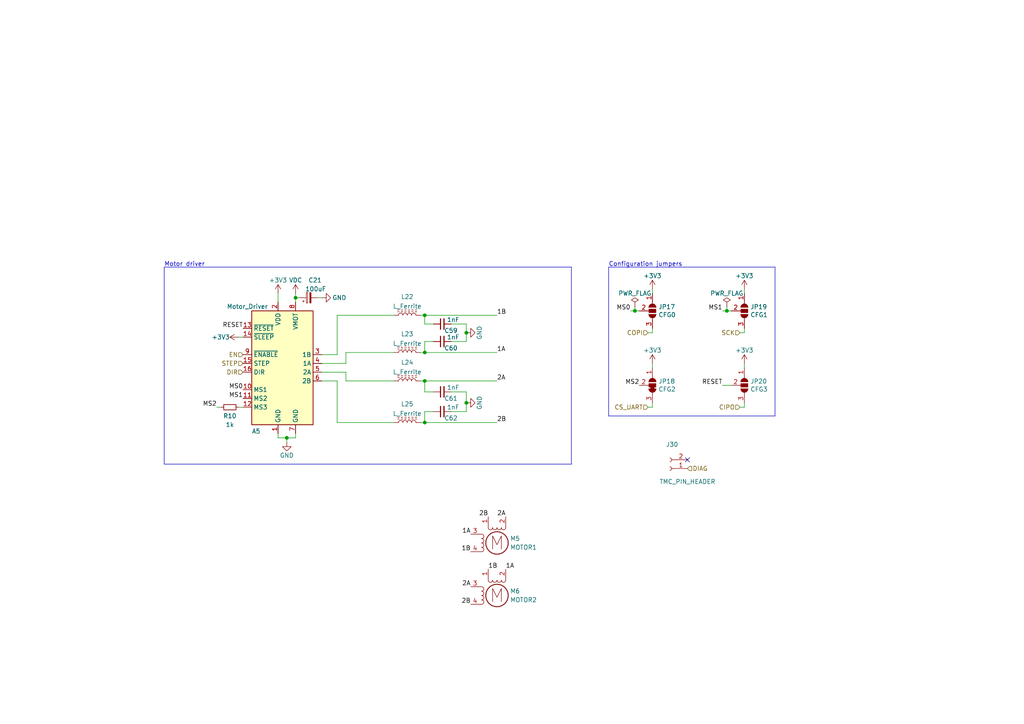
<source format=kicad_sch>
(kicad_sch (version 20230121) (generator eeschema)
  (paper "A4")
  (title_block (title "LumenPnP Motherboard") (date "2022-03-29") (company "Opulo"))
  (lib_symbols
    (symbol "Connector:Conn_01x02_Female" (pin_names (offset 1.016) hide)
      (property "Reference" "J" (at 0 2.54 0))
      (property "Value" "Conn_01x02_Female" (at 0 -5.08 0))
      (symbol "Conn_01x02_Female_1_1"
        (arc (start 0 -2.032) (mid -0.5058 -2.54) (end 0 -3.048) (stroke (width 0.1524)))
        (polyline (pts (xy -1.27 -2.54) (xy -0.508 -2.54)) (stroke (width 0.1524)))
        (polyline (pts (xy -1.27 0) (xy -0.508 0)) (stroke (width 0.1524)))
        (arc (start 0 0.508) (mid -0.5058 0) (end 0 -0.508) (stroke (width 0.1524)))
        (pin passive line (at -5.08 0 0) (length 3.81) (name "Pin_1") (number "1"))
        (pin passive line (at -5.08 -2.54 0) (length 3.81) (name "Pin_2") (number "2"))
      )
    )
    (symbol "Device:C_Polarized_Small" (pin_numbers hide) (pin_names (offset 0.254) hide)
      (property "Reference" "C" (at 0.254 1.778 0))
      (property "Value" "C_Polarized_Small" (at 0.254 -2.032 0))
      (symbol "C_Polarized_Small_0_1"
        (rectangle (start -1.524 -0.3048) (end 1.524 -0.6858) (fill (type outline)))
        (rectangle (start -1.524 0.6858) (end 1.524 0.3048))
        (polyline (pts (xy -1.27 1.524) (xy -0.762 1.524)))
        (polyline (pts (xy -1.016 1.27) (xy -1.016 1.778)))
      )
      (symbol "C_Polarized_Small_1_1"
        (pin passive line (at 0 2.54 270) (length 1.8542) (name "~") (number "1"))
        (pin passive line (at 0 -2.54 90) (length 1.8542) (name "~") (number "2"))
      )
    )
    (symbol "Device:C_Small" (pin_numbers hide) (pin_names (offset 0.254) hide)
      (property "Reference" "C" (at 0.254 1.778 0))
      (property "Value" "C_Small" (at 0.254 -2.032 0))
      (symbol "C_Small_0_1"
        (polyline (pts (xy -1.524 -0.508) (xy 1.524 -0.508)) (stroke (width 0.3302)))
        (polyline (pts (xy -1.524 0.508) (xy 1.524 0.508)) (stroke (width 0.3048)))
      )
      (symbol "C_Small_1_1"
        (pin passive line (at 0 2.54 270) (length 2.032) (name "~") (number "1"))
        (pin passive line (at 0 -2.54 90) (length 2.032) (name "~") (number "2"))
      )
    )
    (symbol "Device:L_Ferrite" (pin_numbers hide) (pin_names (offset 1.016) hide)
      (property "Reference" "L" (at -1.27 0 90))
      (property "Value" "L_Ferrite" (at 2.794 0 90))
      (symbol "L_Ferrite_0_1"
        (arc (start 0 -2.54) (mid 0.6323 -1.905) (end 0 -1.27))
        (arc (start 0 -1.27) (mid 0.6323 -0.635) (end 0 0))
        (polyline (pts (xy 1.016 -2.794) (xy 1.016 -2.286)))
        (polyline (pts (xy 1.016 -1.778) (xy 1.016 -1.27)))
        (polyline (pts (xy 1.016 -0.762) (xy 1.016 -0.254)))
        (polyline (pts (xy 1.016 0.254) (xy 1.016 0.762)))
        (polyline (pts (xy 1.016 1.27) (xy 1.016 1.778)))
        (polyline (pts (xy 1.016 2.286) (xy 1.016 2.794)))
        (polyline (pts (xy 1.524 -2.286) (xy 1.524 -2.794)))
        (polyline (pts (xy 1.524 -1.27) (xy 1.524 -1.778)))
        (polyline (pts (xy 1.524 -0.254) (xy 1.524 -0.762)))
        (polyline (pts (xy 1.524 0.762) (xy 1.524 0.254)))
        (polyline (pts (xy 1.524 1.778) (xy 1.524 1.27)))
        (polyline (pts (xy 1.524 2.794) (xy 1.524 2.286)))
        (arc (start 0 0) (mid 0.6323 0.635) (end 0 1.27))
        (arc (start 0 1.27) (mid 0.6323 1.905) (end 0 2.54))
      )
      (symbol "L_Ferrite_1_1"
        (pin passive line (at 0 3.81 270) (length 1.27) (name "1") (number "1"))
        (pin passive line (at 0 -3.81 90) (length 1.27) (name "2") (number "2"))
      )
    )
    (symbol "Device:R_Small" (pin_numbers hide) (pin_names (offset 0.254) hide)
      (property "Reference" "R" (at 0.762 0.508 0))
      (property "Value" "R_Small" (at 0.762 -1.016 0))
      (symbol "R_Small_0_1"
        (rectangle (start -0.762 1.778) (end 0.762 -1.778) (stroke (width 0.2032)))
      )
      (symbol "R_Small_1_1"
        (pin passive line (at 0 2.54 270) (length 0.762) (name "~") (number "1"))
        (pin passive line (at 0 -2.54 90) (length 0.762) (name "~") (number "2"))
      )
    )
    (symbol "Driver_Motor:Pololu_Breakout_A4988"
      (property "Reference" "A" (at -2.54 19.05 0))
      (property "Value" "Pololu_Breakout_A4988" (at -2.54 16.51 0))
      (symbol "Pololu_Breakout_A4988_0_1"
        (rectangle (start 10.16 -17.78) (end -7.62 15.24) (stroke (width 0.254)) (fill (type background)))
      )
      (symbol "Pololu_Breakout_A4988_1_1"
        (pin power_in line (at 0 -20.32 90) (length 2.54) (name "GND") (number "1"))
        (pin input line (at -10.16 -7.62 0) (length 2.54) (name "MS1") (number "10"))
        (pin input line (at -10.16 -10.16 0) (length 2.54) (name "MS2") (number "11"))
        (pin input line (at -10.16 -12.7 0) (length 2.54) (name "MS3") (number "12"))
        (pin input line (at -10.16 10.16 0) (length 2.54) (name "~{RESET}") (number "13"))
        (pin input line (at -10.16 7.62 0) (length 2.54) (name "~{SLEEP}") (number "14"))
        (pin input line (at -10.16 0 0) (length 2.54) (name "STEP") (number "15"))
        (pin input line (at -10.16 -2.54 0) (length 2.54) (name "DIR") (number "16"))
        (pin power_in line (at 0 17.78 270) (length 2.54) (name "VDD") (number "2"))
        (pin output line (at 12.7 2.54 180) (length 2.54) (name "1B") (number "3"))
        (pin output line (at 12.7 0 180) (length 2.54) (name "1A") (number "4"))
        (pin output line (at 12.7 -2.54 180) (length 2.54) (name "2A") (number "5"))
        (pin output line (at 12.7 -5.08 180) (length 2.54) (name "2B") (number "6"))
        (pin power_in line (at 5.08 -20.32 90) (length 2.54) (name "GND") (number "7"))
        (pin power_in line (at 5.08 17.78 270) (length 2.54) (name "VMOT") (number "8"))
        (pin input line (at -10.16 2.54 0) (length 2.54) (name "~{ENABLE}") (number "9"))
      )
    )
    (symbol "Jumper:SolderJumper_3_Open" (pin_names (offset 0) hide)
      (property "Reference" "JP" (at -2.54 -2.54 0))
      (property "Value" "SolderJumper_3_Open" (at 0 2.794 0))
      (symbol "SolderJumper_3_Open_0_1"
        (arc (start -1.016 1.016) (mid -2.0276 0) (end -1.016 -1.016))
        (arc (start -1.016 1.016) (mid -2.0276 0) (end -1.016 -1.016) (fill (type outline)))
        (rectangle (start -0.508 1.016) (end 0.508 -1.016) (fill (type outline)))
        (polyline (pts (xy -2.54 0) (xy -2.032 0)))
        (polyline (pts (xy -1.016 1.016) (xy -1.016 -1.016)))
        (polyline (pts (xy 0 -1.27) (xy 0 -1.016)))
        (polyline (pts (xy 1.016 1.016) (xy 1.016 -1.016)))
        (polyline (pts (xy 2.54 0) (xy 2.032 0)))
        (arc (start 1.016 -1.016) (mid 2.0276 0) (end 1.016 1.016))
        (arc (start 1.016 -1.016) (mid 2.0276 0) (end 1.016 1.016) (fill (type outline)))
      )
      (symbol "SolderJumper_3_Open_1_1"
        (pin passive line (at -5.08 0 0) (length 2.54) (name "A") (number "1"))
        (pin passive line (at 0 -3.81 90) (length 2.54) (name "C") (number "2"))
        (pin passive line (at 5.08 0 180) (length 2.54) (name "B") (number "3"))
      )
    )
    (symbol "Motor:Stepper_Motor_bipolar" (pin_names (offset 0) hide)
      (property "Reference" "M" (at 3.81 2.54 0))
      (property "Value" "Stepper_Motor_bipolar" (at 3.81 1.27 0))
      (symbol "Stepper_Motor_bipolar_0_0"
        (polyline (pts (xy -1.27 -1.778) (xy -1.27 2.032) (xy 0 -0.508) (xy 1.27 2.032) (xy 1.27 -1.778)))
      )
      (symbol "Stepper_Motor_bipolar_0_1"
        (arc (start -4.445 -2.54) (mid -3.8127 -1.905) (end -4.445 -1.27))
        (arc (start -4.445 -1.27) (mid -3.8127 -0.635) (end -4.445 0))
        (arc (start -4.445 0) (mid -3.8127 0.635) (end -4.445 1.27))
        (arc (start -4.445 1.27) (mid -3.8127 1.905) (end -4.445 2.54))
        (arc (start -2.54 4.445) (mid -1.905 3.8127) (end -1.27 4.445))
        (arc (start -1.27 4.445) (mid -0.635 3.8127) (end 0 4.445))
        (polyline (pts (xy -5.08 -2.54) (xy -4.445 -2.54)))
        (polyline (pts (xy -5.08 2.54) (xy -4.445 2.54)))
        (polyline (pts (xy -2.54 5.08) (xy -2.54 4.445)))
        (polyline (pts (xy 2.54 5.08) (xy 2.54 4.445)))
        (circle (center 0 0) (radius 3.2512) (stroke (width 0.254)))
        (arc (start 0 4.445) (mid 0.635 3.8127) (end 1.27 4.445))
        (arc (start 1.27 4.445) (mid 1.905 3.8127) (end 2.54 4.445))
      )
      (symbol "Stepper_Motor_bipolar_1_1"
        (pin passive line (at -2.54 7.62 270) (length 2.54) (name "~") (number "1"))
        (pin passive line (at 2.54 7.62 270) (length 2.54) (name "-") (number "2"))
        (pin passive line (at -7.62 2.54 0) (length 2.54) (name "~") (number "3"))
        (pin passive line (at -7.62 -2.54 0) (length 2.54) (name "~") (number "4"))
      )
    )
    (symbol "index:SolderJumper_3_Bridged23" (pin_names (offset 0) hide)
      (property "Reference" "JP" (at -2.54 -2.54 0))
      (property "Value" "SolderJumper_3_Bridged23" (at 0 2.794 0))
      (symbol "SolderJumper_3_Bridged23_0_1"
        (rectangle (start -1.016 0.508) (end -0.508 -0.508) (fill (type outline)))
        (arc (start -1.016 1.016) (mid -2.0276 0) (end -1.016 -1.016))
        (arc (start -1.016 1.016) (mid -2.0276 0) (end -1.016 -1.016) (fill (type outline)))
        (rectangle (start -0.508 1.016) (end 0.508 -1.016) (fill (type outline)))
        (polyline (pts (xy -2.54 0) (xy -2.032 0)))
        (polyline (pts (xy -1.016 1.016) (xy -1.016 -1.016)))
        (polyline (pts (xy 0 -1.27) (xy 0 -1.016)))
        (polyline (pts (xy 1.016 1.016) (xy 1.016 -1.016)))
        (polyline (pts (xy 2.54 0) (xy 2.032 0)))
        (arc (start 1.016 -1.016) (mid 2.0276 0) (end 1.016 1.016))
        (arc (start 1.016 -1.016) (mid 2.0276 0) (end 1.016 1.016) (fill (type outline)))
      )
      (symbol "SolderJumper_3_Bridged23_1_1"
        (pin passive line (at 5.08 0 180) (length 2.54) (name "B") (number "1"))
        (pin input line (at 0 -3.81 90) (length 2.54) (name "C") (number "2"))
        (pin passive line (at -5.08 0 0) (length 2.54) (name "A") (number "3"))
      )
    )
    (symbol "power:+3.3V" (power) (pin_names (offset 0))
      (property "Value" "+3.3V" (at 0 3.556 0))
      (symbol "+3.3V_0_1"
        (polyline (pts (xy -0.762 1.27) (xy 0 2.54)))
        (polyline (pts (xy 0 0) (xy 0 2.54)))
        (polyline (pts (xy 0 2.54) (xy 0.762 1.27)))
      )
      (symbol "+3.3V_1_1"
        (pin power_in line (at 0 0 90) (length 0) hide (name "+3V3") (number "1"))
      )
    )
    (symbol "power:+3V3" (power) (pin_names (offset 0))
      (property "Value" "+3V3" (at 0 3.556 0))
      (symbol "+3V3_0_1"
        (polyline (pts (xy -0.762 1.27) (xy 0 2.54)))
        (polyline (pts (xy 0 0) (xy 0 2.54)))
        (polyline (pts (xy 0 2.54) (xy 0.762 1.27)))
      )
      (symbol "+3V3_1_1"
        (pin power_in line (at 0 0 90) (length 0) hide (name "+3V3") (number "1"))
      )
    )
    (symbol "power:GND" (power) (pin_names (offset 0))
      (property "Value" "GND" (at 0 -3.81 0))
      (symbol "GND_0_1"
        (polyline (pts (xy 0 0) (xy 0 -1.27) (xy 1.27 -1.27) (xy 0 -2.54) (xy -1.27 -1.27) (xy 0 -1.27)))
      )
      (symbol "GND_1_1"
        (pin power_in line (at 0 0 270) (length 0) hide (name "GND") (number "1"))
      )
    )
    (symbol "power:PWR_FLAG" (power) (pin_numbers hide) (pin_names (offset 0) hide)
      (property "Value" "PWR_FLAG" (at 0 3.81 0))
      (symbol "PWR_FLAG_0_0"
        (pin power_out line (at 0 0 90) (length 0) (name "pwr") (number "1"))
      )
      (symbol "PWR_FLAG_0_1"
        (polyline (pts (xy 0 0) (xy 0 1.27) (xy -1.016 1.905) (xy 0 2.54) (xy 1.016 1.905) (xy 0 1.27)))
      )
    )
    (symbol "power:VDC" (power) (pin_names (offset 0))
      (property "Value" "VDC" (at 0 6.35 0))
      (symbol "VDC_0_1"
        (polyline (pts (xy -0.762 1.27) (xy 0 2.54)))
        (polyline (pts (xy 0 0) (xy 0 2.54)))
        (polyline (pts (xy 0 2.54) (xy 0.762 1.27)))
      )
      (symbol "VDC_1_1"
        (pin power_in line (at 0 0 90) (length 0) hide (name "VDC") (number "1"))
      )
    )
  )
  (junction (at 123.19 91.44))
  (junction (at 135.255 96.52))
  (junction (at 135.255 116.84))
  (junction (at 83.185 127))
  (junction (at 123.19 102.235))
  (junction (at 123.19 110.49))
  (junction (at 123.19 122.555))
  (junction (at 85.725 86.36))
  (junction (at 184.15 90.17))
  (junction (at 210.82 90.17))
  (no_connect (at 199.39 133.35))
  (polyline (pts (xy 47.625 77.47) (xy 47.625 134.62)))
  (wire (pts (xy 189.23 118.11) (xy 189.23 116.84)))
  (wire (pts (xy 135.255 93.98) (xy 130.81 93.98)))
  (wire (pts (xy 100.33 107.95) (xy 100.33 110.49)))
  (wire (pts (xy 100.33 102.235) (xy 114.3 102.235)))
  (wire (pts (xy 123.19 102.235) (xy 144.145 102.235)))
  (wire (pts (xy 189.23 83.82) (xy 189.23 85.09)))
  (wire (pts (xy 189.23 105.41) (xy 189.23 106.68)))
  (polyline (pts (xy 165.735 134.62) (xy 165.735 77.47)))
  (wire (pts (xy 80.645 127) (xy 83.185 127)))
  (wire (pts (xy 123.19 122.555) (xy 123.19 119.38)))
  (wire (pts (xy 93.345 107.95) (xy 100.33 107.95)))
  (wire (pts (xy 123.19 119.38) (xy 125.73 119.38)))
  (wire (pts (xy 100.33 110.49) (xy 114.3 110.49)))
  (wire (pts (xy 187.96 118.11) (xy 189.23 118.11)))
  (wire (pts (xy 184.15 88.9) (xy 184.15 90.17)))
  (wire (pts (xy 121.92 122.555) (xy 123.19 122.555)))
  (wire (pts (xy 93.345 110.49) (xy 97.79 110.49)))
  (polyline (pts (xy 176.53 77.47) (xy 224.79 77.47)))
  (wire (pts (xy 97.79 102.87) (xy 97.79 91.44)))
  (wire (pts (xy 80.645 125.73) (xy 80.645 127)))
  (wire (pts (xy 135.255 113.665) (xy 135.255 116.84)))
  (wire (pts (xy 93.345 105.41) (xy 100.33 105.41)))
  (wire (pts (xy 214.63 118.11) (xy 215.9 118.11)))
  (wire (pts (xy 80.645 85.09) (xy 80.645 87.63)))
  (wire (pts (xy 123.19 93.98) (xy 125.73 93.98)))
  (wire (pts (xy 135.255 96.52) (xy 135.255 93.98)))
  (wire (pts (xy 85.725 85.09) (xy 85.725 86.36)))
  (wire (pts (xy 121.92 110.49) (xy 123.19 110.49)))
  (wire (pts (xy 135.255 99.06) (xy 135.255 96.52)))
  (wire (pts (xy 123.19 91.44) (xy 144.145 91.44)))
  (wire (pts (xy 123.19 102.235) (xy 123.19 99.06)))
  (wire (pts (xy 62.865 118.11) (xy 64.135 118.11)))
  (wire (pts (xy 97.79 110.49) (xy 97.79 122.555)))
  (wire (pts (xy 210.82 88.9) (xy 210.82 90.17)))
  (wire (pts (xy 85.725 86.36) (xy 86.995 86.36)))
  (wire (pts (xy 123.19 91.44) (xy 123.19 93.98)))
  (wire (pts (xy 100.33 105.41) (xy 100.33 102.235)))
  (wire (pts (xy 93.345 102.87) (xy 97.79 102.87)))
  (wire (pts (xy 123.19 113.665) (xy 125.73 113.665)))
  (wire (pts (xy 189.23 96.52) (xy 189.23 95.25)))
  (wire (pts (xy 135.255 119.38) (xy 130.81 119.38)))
  (wire (pts (xy 85.725 86.36) (xy 85.725 87.63)))
  (wire (pts (xy 130.81 113.665) (xy 135.255 113.665)))
  (polyline (pts (xy 224.79 120.65) (xy 176.53 120.65)))
  (wire (pts (xy 123.19 110.49) (xy 123.19 113.665)))
  (wire (pts (xy 83.185 127) (xy 83.185 128.27)))
  (wire (pts (xy 209.55 90.17) (xy 210.82 90.17)))
  (wire (pts (xy 187.96 96.52) (xy 189.23 96.52)))
  (wire (pts (xy 121.92 91.44) (xy 123.19 91.44)))
  (wire (pts (xy 184.15 90.17) (xy 185.42 90.17)))
  (wire (pts (xy 215.9 105.41) (xy 215.9 106.68)))
  (wire (pts (xy 215.9 96.52) (xy 215.9 95.25)))
  (polyline (pts (xy 47.625 77.47) (xy 165.735 77.47)))
  (wire (pts (xy 182.88 90.17) (xy 184.15 90.17)))
  (wire (pts (xy 215.9 83.82) (xy 215.9 85.09)))
  (wire (pts (xy 130.81 99.06) (xy 135.255 99.06)))
  (wire (pts (xy 214.63 96.52) (xy 215.9 96.52)))
  (wire (pts (xy 97.79 122.555) (xy 114.3 122.555)))
  (polyline (pts (xy 224.79 77.47) (xy 224.79 120.65)))
  (wire (pts (xy 85.725 125.73) (xy 85.725 127)))
  (wire (pts (xy 97.79 91.44) (xy 114.3 91.44)))
  (polyline (pts (xy 176.53 77.47) (xy 176.53 120.65)))
  (wire (pts (xy 69.215 97.79) (xy 70.485 97.79)))
  (wire (pts (xy 123.19 110.49) (xy 144.145 110.49)))
  (wire (pts (xy 83.185 127) (xy 85.725 127)))
  (wire (pts (xy 215.9 118.11) (xy 215.9 116.84)))
  (wire (pts (xy 121.92 102.235) (xy 123.19 102.235)))
  (polyline (pts (xy 47.625 134.62) (xy 165.735 134.62)))
  (wire (pts (xy 69.215 118.11) (xy 70.485 118.11)))
  (wire (pts (xy 123.19 122.555) (xy 144.145 122.555)))
  (wire (pts (xy 123.19 99.06) (xy 125.73 99.06)))
  (wire (pts (xy 92.075 86.36) (xy 93.345 86.36)))
  (wire (pts (xy 210.82 90.17) (xy 212.09 90.17)))
  (wire (pts (xy 135.255 116.84) (xy 135.255 119.38)))
  (wire (pts (xy 209.55 111.76) (xy 212.09 111.76)))
  (text "Configuration jumpers" (at 176.53 77.47 0) (effects (font (size 1.27 1.27)) (justify left bottom)))
  (text "Motor driver" (at 47.625 77.47 0) (effects (font (size 1.27 1.27)) (justify left bottom)))
  (label "2A" (at 144.145 110.49 0))
  (label "2B" (at 144.145 122.555 0))
  (label "2A" (at 136.525 170.18 180))
  (label "2B" (at 136.525 175.26 180))
  (label "RESET" (at 209.55 111.76 180))
  (label "MS2" (at 62.865 118.11 180))
  (label "MS2" (at 185.42 111.76 180))
  (label "1B" (at 144.145 91.44 0))
  (label "RESET" (at 70.485 95.25 180))
  (label "2A" (at 146.685 149.86 180))
  (label "1B" (at 136.525 160.02 180))
  (label "1A" (at 136.525 154.94 180))
  (label "MS0" (at 70.485 113.03 180))
  (label "MS1" (at 209.55 90.17 180))
  (label "2B" (at 141.605 149.86 180))
  (label "1A" (at 146.685 165.1 0))
  (label "1A" (at 144.145 102.235 0))
  (label "MS1" (at 70.485 115.57 180))
  (label "1B" (at 141.605 165.1 0))
  (label "MS0" (at 182.88 90.17 180))
  (hierarchical_label "DIR" (shape input) (at 70.485 107.95 180))
  (hierarchical_label "COPI" (shape input) (at 187.96 96.52 180))
  (hierarchical_label "SCK" (shape input) (at 214.63 96.52 180))
  (hierarchical_label "CIPO" (shape input) (at 214.63 118.11 180))
  (hierarchical_label "DIAG" (shape input) (at 199.39 135.89 0))
  (hierarchical_label "EN" (shape input) (at 70.485 102.87 180))
  (hierarchical_label "CS_UART" (shape input) (at 187.96 118.11 180))
  (hierarchical_label "STEP" (shape input) (at 70.485 105.41 180))
  (symbol (lib_id "power:+3V3") (at 80.645 85.09 0) (unit 1)
    (property "Reference" "#PWR066" (effects hide))
    (property "Value" "+3V3" (at 80.645 81.28 0))
    (instances (project "mobo" (path "" (reference "#PWR066") (unit 1)) (path "" (reference "#PWR0227") (unit 1))))
  )
  (symbol (lib_id "power:GND") (at 83.185 128.27 0) (unit 1)
    (property "Reference" "#PWR067" (effects hide))
    (property "Value" "GND" (at 83.185 132.08 0))
    (instances (project "mobo" (path "" (reference "#PWR067") (unit 1)) (path "" (reference "#PWR0225") (unit 1))))
  )
  (symbol (lib_id "power:+3.3V") (at 69.215 97.79 90) (unit 1)
    (property "Reference" "#PWR065" (effects hide))
    (property "Value" "+3.3V" (at 66.675 97.79 90) (effects (justify left)))
    (instances (project "mobo" (path "" (reference "#PWR065") (unit 1)) (path "" (reference "#PWR0226") (unit 1))))
  )
  (symbol (lib_id "Motor:Stepper_Motor_bipolar") (at 144.145 172.72 0) (unit 1)
    (property "Reference" "M6" (at 147.955 171.45 0) (effects (justify left)))
    (property "Value" "MOTOR2" (at 147.955 173.99 0) (effects (justify left)))
    (property "Footprint" "Connector_JST:JST_XH_B4B-XH-A_1x04_P2.50mm_Vertical" (effects hide))
    (property "Datasheet" "http://www.infineon.com/dgdl/Application-Note-TLE8110EE_driving_UniPolarStepperMotor_V1.1.pdf?fileId=db3a30431be39b97011be5d0aa0a00b0" (effects hide))
    (property "LCSC" "C37815" (effects hide))
    (property "JLCPCB" "C37815" (effects hide))
    (property "Digikey" "455-2249-ND" (effects hide))
    (instances (project "mobo" (path "" (reference "M6") (unit 1)) (path "" (reference "M8") (unit 1))))
  )
  (symbol (lib_id "Motor:Stepper_Motor_bipolar") (at 144.145 157.48 0) (unit 1)
    (property "Reference" "M5" (at 147.955 156.21 0) (effects (justify left)))
    (property "Value" "MOTOR1" (at 147.955 158.75 0) (effects (justify left)))
    (property "Footprint" "Connector_JST:JST_XH_B4B-XH-A_1x04_P2.50mm_Vertical" (effects hide))
    (property "Datasheet" "http://www.infineon.com/dgdl/Application-Note-TLE8110EE_driving_UniPolarStepperMotor_V1.1.pdf?fileId=db3a30431be39b97011be5d0aa0a00b0" (effects hide))
    (property "LCSC" "C37815" (effects hide))
    (property "JLCPCB" "C37815" (effects hide))
    (property "Digikey" "455-2249-ND" (effects hide))
    (instances (project "mobo" (path "" (reference "M5") (unit 1)) (path "" (reference "M7") (unit 1))))
  )
  (symbol (lib_id "Driver_Motor:Pololu_Breakout_A4988") (at 80.645 105.41 0) (unit 1)
    (property "Reference" "A5" (at 74.295 125.095 0))
    (property "Value" "Motor_Driver" (at 71.755 88.9 0))
    (property "Footprint" "Module:Pololu_Breakout-16_15.2x20.3mm" (effects hide))
    (property "Datasheet" "https://www.pololu.com/product/2980/pictures" (effects hide))
    (property "Digikey" "1460-TMC2209SILENTSTEPSTICK-ND" (effects hide))
    (property "Notes" "BIGTREETECH TMC2209" (effects hide))
    (property "LCSC" "C27438 x2" (effects hide))
    (instances (project "mobo" (path "" (reference "A5") (unit 1)) (path "" (reference "A6") (unit 1))))
  )
  (symbol (lib_id "power:VDC") (at 85.725 85.09 0) (unit 1)
    (property "Reference" "#PWR068" (effects hide))
    (property "Value" "VDC" (at 85.725 81.28 0))
    (instances (project "mobo" (path "" (reference "#PWR068") (unit 1)) (path "" (reference "#PWR0228") (unit 1))))
  )
  (symbol (lib_id "Device:C_Polarized_Small") (at 89.535 86.36 90) (unit 1)
    (property "Reference" "C21" (at 93.345 81.28 90) (effects (justify left)))
    (property "Value" "100uF" (at 94.615 83.82 90) (effects (justify left)))
    (property "Footprint" "Capacitor_SMD:CP_Elec_6.3x7.7" (effects hide))
    (property "Digikey" "493-2203-1-ND" (effects hide))
    (property "JLCPCB" "C99837" (effects hide))
    (property "LCSC" "C3339" (effects hide))
    (property "Mouser" "647-UWT1V101MCL1S" (effects hide))
    (property "Notes" "35V/20%/Aluminum" (effects hide))
    (instances (project "mobo" (path "" (reference "C21") (unit 1)) (path "" (reference "C22") (unit 1))))
  )
  (symbol (lib_id "power:GND") (at 93.345 86.36 90) (unit 1)
    (property "Reference" "#PWR072" (effects hide))
    (property "Value" "GND" (at 98.425 86.36 90))
    (instances (project "mobo" (path "" (reference "#PWR072") (unit 1)) (path "" (reference "#PWR0229") (unit 1))))
  )
  (symbol (lib_id "power:+3.3V") (at 215.9 105.41 0) (unit 1)
    (property "Reference" "#PWR070" (effects hide))
    (property "Value" "+3.3V" (at 215.9 101.6 0))
    (instances (project "mobo" (path "" (reference "#PWR070") (unit 1)) (path "" (reference "#PWR0221") (unit 1))))
  )
  (symbol (lib_id "power:+3.3V") (at 189.23 83.82 0) (unit 1)
    (property "Reference" "#PWR063" (effects hide))
    (property "Value" "+3.3V" (at 189.23 80.01 0))
    (instances (project "mobo" (path "" (reference "#PWR063") (unit 1)) (path "" (reference "#PWR0223") (unit 1))))
  )
  (symbol (lib_id "power:+3.3V") (at 215.9 83.82 0) (unit 1)
    (property "Reference" "#PWR069" (effects hide))
    (property "Value" "+3.3V" (at 215.9 80.01 0))
    (instances (project "mobo" (path "" (reference "#PWR069") (unit 1)) (path "" (reference "#PWR0222") (unit 1))))
  )
  (symbol (lib_id "power:+3.3V") (at 189.23 105.41 0) (unit 1)
    (property "Reference" "#PWR064" (effects hide))
    (property "Value" "+3.3V" (at 189.23 101.6 0))
    (instances (project "mobo" (path "" (reference "#PWR064") (unit 1)) (path "" (reference "#PWR0224") (unit 1))))
  )
  (symbol (lib_id "Jumper:SolderJumper_3_Open") (at 189.23 90.17 270) (unit 1)
    (property "Reference" "JP17" (at 190.9572 89.0016 90) (effects (justify left)))
    (property "Value" "CFG0" (at 190.9572 91.313 90) (effects (justify left)))
    (property "Footprint" "Jumper:SolderJumper-3_P1.3mm_Open_RoundedPad1.0x1.5mm" (effects hide))
    (property "LCSC" "DNP" (effects hide))
    (instances (project "mobo" (path "" (reference "JP17") (unit 1)) (path "" (reference "JP21") (unit 1))))
  )
  (symbol (lib_id "Jumper:SolderJumper_3_Open") (at 215.9 90.17 270) (unit 1)
    (property "Reference" "JP19" (at 217.6272 89.0016 90) (effects (justify left)))
    (property "Value" "CFG1" (at 217.6272 91.313 90) (effects (justify left)))
    (property "Footprint" "Jumper:SolderJumper-3_P1.3mm_Open_RoundedPad1.0x1.5mm" (effects hide))
    (property "LCSC" "DNP" (effects hide))
    (instances (project "mobo" (path "" (reference "JP19") (unit 1)) (path "" (reference "JP23") (unit 1))))
  )
  (symbol (lib_id "Device:R_Small") (at 66.675 118.11 270) (unit 1)
    (property "Reference" "R10" (at 66.675 120.65 90))
    (property "Value" "1k" (at 66.675 123.19 90))
    (property "Footprint" "Resistor_SMD:R_0805_2012Metric" (effects hide))
    (property "JLCPCB" "C17513" (effects hide))
    (property "LCSC" "C17513" (effects hide))
    (property "Notes" "125mW/1%" (effects hide))
    (instances (project "mobo" (path "" (reference "R10") (unit 1)) (path "" (reference "R11") (unit 1))))
  )
  (symbol (lib_id "index:SolderJumper_3_Bridged23") (at 189.23 111.76 270) (mirror x) (unit 1)
    (property "Reference" "JP18" (at 190.9572 110.5916 90) (effects (justify left)))
    (property "Value" "CFG2" (at 190.9572 112.903 90) (effects (justify left)))
    (property "Footprint" "index:SolderJumper-3_P1.3mm_Bridged23_RoundedPad1.0x1.5mm" (effects hide))
    (property "LCSC" "DNP" (effects hide))
    (instances (project "mobo" (path "" (reference "JP18") (unit 1)) (path "" (reference "JP22") (unit 1))))
  )
  (symbol (lib_id "power:PWR_FLAG") (at 210.82 88.9 0) (unit 1)
    (property "Reference" "#FLG06" (effects hide))
    (property "Value" "PWR_FLAG" (at 210.82 85.09 0))
    (instances (project "mobo" (path "" (reference "#FLG06") (unit 1)) (path "" (reference "#FLG02") (unit 1))))
  )
  (symbol (lib_id "power:PWR_FLAG") (at 184.15 88.9 0) (unit 1)
    (property "Reference" "#FLG05" (effects hide))
    (property "Value" "PWR_FLAG" (at 184.15 85.09 0))
    (instances (project "mobo" (path "" (reference "#FLG05") (unit 1)) (path "" (reference "#FLG01") (unit 1))))
  )
  (symbol (lib_id "Device:C_Small") (at 128.27 93.98 90) (unit 1)
    (property "Reference" "C59" (at 130.81 95.885 90))
    (property "Value" "1nF" (at 131.445 92.71 90))
    (property "Footprint" "Capacitor_SMD:C_0805_2012Metric" (effects hide))
    (property "Digikey" "1276-1020-1-ND" (effects hide))
    (property "Notes" "50V/10%" (effects hide))
    (property "LCSC" "C94121" (effects hide))
    (instances (project "mobo" (path "" (reference "C59") (unit 1)) (path "" (reference "C55") (unit 1))))
  )
  (symbol (lib_id "Device:L_Ferrite") (at 118.11 122.555 90) (unit 1)
    (property "Reference" "L25" (at 118.11 117.1915 90))
    (property "Value" "L_Ferrite" (at 118.11 119.9666 90))
    (property "Footprint" "Inductor_SMD:L_0805_2012Metric" (effects hide))
    (property "Digikey" "1934-1472-1-ND" (effects hide))
    (property "Notes" "120R @ 100MHz/6A" (effects hide))
    (property "LCSC" "C79382" (effects hide))
    (instances (project "mobo" (path "" (reference "L25") (unit 1)) (path "" (reference "L21") (unit 1))))
  )
  (symbol (lib_id "Connector:Conn_01x02_Female") (at 194.31 135.89 180) (unit 1)
    (property "Reference" "J30" (at 194.945 128.9263 0))
    (property "Value" "TMC_PIN_HEADER" (at 199.39 139.7 0))
    (property "Footprint" "Connector_PinSocket_2.54mm:PinSocket_1x02_P2.54mm_Vertical" (effects hide))
    (property "LCSC" "C49661" (effects hide))
    (instances (project "mobo" (path "" (reference "J30") (unit 1)) (path "" (reference "J29") (unit 1))))
  )
  (symbol (lib_id "Device:C_Small") (at 128.27 113.665 90) (unit 1)
    (property "Reference" "C61" (at 130.81 115.57 90))
    (property "Value" "1nF" (at 131.445 112.395 90))
    (property "Footprint" "Capacitor_SMD:C_0805_2012Metric" (effects hide))
    (property "Digikey" "1276-1020-1-ND" (effects hide))
    (property "Notes" "50V/10%" (effects hide))
    (property "LCSC" "C94121" (effects hide))
    (instances (project "mobo" (path "" (reference "C61") (unit 1)) (path "" (reference "C57") (unit 1))))
  )
  (symbol (lib_id "Device:L_Ferrite") (at 118.11 102.235 90) (unit 1)
    (property "Reference" "L23" (at 118.11 96.8715 90))
    (property "Value" "L_Ferrite" (at 118.11 99.6466 90))
    (property "Footprint" "Inductor_SMD:L_0805_2012Metric" (effects hide))
    (property "Digikey" "1934-1472-1-ND" (effects hide))
    (property "Notes" "120R @ 100MHz/6A" (effects hide))
    (property "LCSC" "C79382" (effects hide))
    (instances (project "mobo" (path "" (reference "L23") (unit 1)) (path "" (reference "L19") (unit 1))))
  )
  (symbol (lib_id "Device:L_Ferrite") (at 118.11 91.44 90) (unit 1)
    (property "Reference" "L22" (at 118.11 86.0765 90))
    (property "Value" "L_Ferrite" (at 118.11 88.8516 90))
    (property "Footprint" "Inductor_SMD:L_0805_2012Metric" (effects hide))
    (property "Digikey" "1934-1472-1-ND" (effects hide))
    (property "Notes" "120R @ 100MHz/6A" (effects hide))
    (property "LCSC" "C79382" (effects hide))
    (instances (project "mobo" (path "" (reference "L22") (unit 1)) (path "" (reference "L18") (unit 1))))
  )
  (symbol (lib_id "Device:L_Ferrite") (at 118.11 110.49 90) (unit 1)
    (property "Reference" "L24" (at 118.11 105.1265 90))
    (property "Value" "L_Ferrite" (at 118.11 107.9016 90))
    (property "Footprint" "Inductor_SMD:L_0805_2012Metric" (effects hide))
    (property "Digikey" "1934-1472-1-ND" (effects hide))
    (property "Notes" "120R @ 100MHz/6A" (effects hide))
    (property "LCSC" "C79382" (effects hide))
    (instances (project "mobo" (path "" (reference "L24") (unit 1)) (path "" (reference "L20") (unit 1))))
  )
  (symbol (lib_id "Device:C_Small") (at 128.27 119.38 90) (unit 1)
    (property "Reference" "C62" (at 130.81 121.285 90))
    (property "Value" "1nF" (at 131.445 118.11 90))
    (property "Footprint" "Capacitor_SMD:C_0805_2012Metric" (effects hide))
    (property "Digikey" "1276-1020-1-ND" (effects hide))
    (property "Notes" "50V/10%" (effects hide))
    (property "LCSC" "C94121" (effects hide))
    (instances (project "mobo" (path "" (reference "C62") (unit 1)) (path "" (reference "C58") (unit 1))))
  )
  (symbol (lib_id "power:GND") (at 135.255 116.84 90) (unit 1)
    (property "Reference" "#PWR0129" (effects hide))
    (property "Value" "GND" (at 139.065 116.84 0))
    (instances (project "mobo" (path "" (reference "#PWR0129") (unit 1)) (path "" (reference "#PWR0127") (unit 1))))
  )
  (symbol (lib_id "power:GND") (at 135.255 96.52 90) (unit 1)
    (property "Reference" "#PWR0130" (effects hide))
    (property "Value" "GND" (at 139.065 96.52 0))
    (instances (project "mobo" (path "" (reference "#PWR0130") (unit 1)) (path "" (reference "#PWR0128") (unit 1))))
  )
  (symbol (lib_id "Device:C_Small") (at 128.27 99.06 90) (unit 1)
    (property "Reference" "C60" (at 130.81 100.965 90))
    (property "Value" "1nF" (at 131.445 97.79 90))
    (property "Footprint" "Capacitor_SMD:C_0805_2012Metric" (effects hide))
    (property "Digikey" "1276-1020-1-ND" (effects hide))
    (property "Notes" "50V/10%" (effects hide))
    (property "LCSC" "C94121" (effects hide))
    (instances (project "mobo" (path "" (reference "C60") (unit 1)) (path "" (reference "C56") (unit 1))))
  )
  (symbol (lib_id "Jumper:SolderJumper_3_Open") (at 215.9 111.76 270) (unit 1)
    (property "Reference" "JP20" (at 217.6272 110.5916 90) (effects (justify left)))
    (property "Value" "CFG3" (at 217.6272 112.903 90) (effects (justify left)))
    (property "Footprint" "Jumper:SolderJumper-3_P1.3mm_Open_RoundedPad1.0x1.5mm" (effects hide))
    (property "LCSC" "DNP" (effects hide))
    (instances (project "mobo" (path "" (reference "JP20") (unit 1)) (path "" (reference "JP24") (unit 1))))
  )
)
</source>
